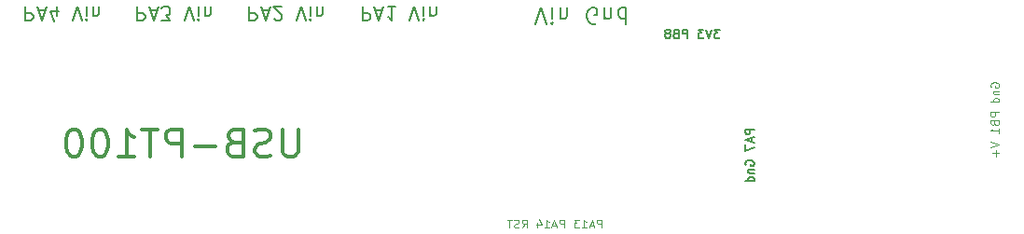
<source format=gbr>
G04 #@! TF.GenerationSoftware,KiCad,Pcbnew,(5.1.5)-3*
G04 #@! TF.CreationDate,2021-01-18T14:34:05-06:00*
G04 #@! TF.ProjectId,USB-PT100,5553422d-5054-4313-9030-2e6b69636164,B*
G04 #@! TF.SameCoordinates,Original*
G04 #@! TF.FileFunction,Legend,Bot*
G04 #@! TF.FilePolarity,Positive*
%FSLAX46Y46*%
G04 Gerber Fmt 4.6, Leading zero omitted, Abs format (unit mm)*
G04 Created by KiCad (PCBNEW (5.1.5)-3) date 2021-01-18 14:34:05*
%MOMM*%
%LPD*%
G04 APERTURE LIST*
%ADD10C,0.300000*%
%ADD11C,0.200000*%
%ADD12C,0.150000*%
%ADD13C,0.100000*%
G04 APERTURE END LIST*
D10*
X135976190Y-89880952D02*
X135976190Y-91904761D01*
X135857142Y-92142857D01*
X135738095Y-92261904D01*
X135500000Y-92380952D01*
X135023809Y-92380952D01*
X134785714Y-92261904D01*
X134666666Y-92142857D01*
X134547619Y-91904761D01*
X134547619Y-89880952D01*
X133476190Y-92261904D02*
X133119047Y-92380952D01*
X132523809Y-92380952D01*
X132285714Y-92261904D01*
X132166666Y-92142857D01*
X132047619Y-91904761D01*
X132047619Y-91666666D01*
X132166666Y-91428571D01*
X132285714Y-91309523D01*
X132523809Y-91190476D01*
X133000000Y-91071428D01*
X133238095Y-90952380D01*
X133357142Y-90833333D01*
X133476190Y-90595238D01*
X133476190Y-90357142D01*
X133357142Y-90119047D01*
X133238095Y-90000000D01*
X133000000Y-89880952D01*
X132404761Y-89880952D01*
X132047619Y-90000000D01*
X130142857Y-91071428D02*
X129785714Y-91190476D01*
X129666666Y-91309523D01*
X129547619Y-91547619D01*
X129547619Y-91904761D01*
X129666666Y-92142857D01*
X129785714Y-92261904D01*
X130023809Y-92380952D01*
X130976190Y-92380952D01*
X130976190Y-89880952D01*
X130142857Y-89880952D01*
X129904761Y-90000000D01*
X129785714Y-90119047D01*
X129666666Y-90357142D01*
X129666666Y-90595238D01*
X129785714Y-90833333D01*
X129904761Y-90952380D01*
X130142857Y-91071428D01*
X130976190Y-91071428D01*
X128476190Y-91428571D02*
X126571428Y-91428571D01*
X125380952Y-92380952D02*
X125380952Y-89880952D01*
X124428571Y-89880952D01*
X124190476Y-90000000D01*
X124071428Y-90119047D01*
X123952380Y-90357142D01*
X123952380Y-90714285D01*
X124071428Y-90952380D01*
X124190476Y-91071428D01*
X124428571Y-91190476D01*
X125380952Y-91190476D01*
X123238095Y-89880952D02*
X121809523Y-89880952D01*
X122523809Y-92380952D02*
X122523809Y-89880952D01*
X119666666Y-92380952D02*
X121095238Y-92380952D01*
X120380952Y-92380952D02*
X120380952Y-89880952D01*
X120619047Y-90238095D01*
X120857142Y-90476190D01*
X121095238Y-90595238D01*
X118119047Y-89880952D02*
X117880952Y-89880952D01*
X117642857Y-90000000D01*
X117523809Y-90119047D01*
X117404761Y-90357142D01*
X117285714Y-90833333D01*
X117285714Y-91428571D01*
X117404761Y-91904761D01*
X117523809Y-92142857D01*
X117642857Y-92261904D01*
X117880952Y-92380952D01*
X118119047Y-92380952D01*
X118357142Y-92261904D01*
X118476190Y-92142857D01*
X118595238Y-91904761D01*
X118714285Y-91428571D01*
X118714285Y-90833333D01*
X118595238Y-90357142D01*
X118476190Y-90119047D01*
X118357142Y-90000000D01*
X118119047Y-89880952D01*
X115738095Y-89880952D02*
X115500000Y-89880952D01*
X115261904Y-90000000D01*
X115142857Y-90119047D01*
X115023809Y-90357142D01*
X114904761Y-90833333D01*
X114904761Y-91428571D01*
X115023809Y-91904761D01*
X115142857Y-92142857D01*
X115261904Y-92261904D01*
X115500000Y-92380952D01*
X115738095Y-92380952D01*
X115976190Y-92261904D01*
X116095238Y-92142857D01*
X116214285Y-91904761D01*
X116333333Y-91428571D01*
X116333333Y-90833333D01*
X116214285Y-90357142D01*
X116095238Y-90119047D01*
X115976190Y-90000000D01*
X115738095Y-89880952D01*
D11*
X141824666Y-78746523D02*
X141824666Y-79996523D01*
X142300857Y-79996523D01*
X142419904Y-79937000D01*
X142479428Y-79877476D01*
X142538952Y-79758428D01*
X142538952Y-79579857D01*
X142479428Y-79460809D01*
X142419904Y-79401285D01*
X142300857Y-79341761D01*
X141824666Y-79341761D01*
X143015142Y-79103666D02*
X143610380Y-79103666D01*
X142896095Y-78746523D02*
X143312761Y-79996523D01*
X143729428Y-78746523D01*
X144800857Y-78746523D02*
X144086571Y-78746523D01*
X144443714Y-78746523D02*
X144443714Y-79996523D01*
X144324666Y-79817952D01*
X144205619Y-79698904D01*
X144086571Y-79639380D01*
X146110380Y-79996523D02*
X146527047Y-78746523D01*
X146943714Y-79996523D01*
X147360380Y-78746523D02*
X147360380Y-79579857D01*
X147360380Y-79996523D02*
X147300857Y-79937000D01*
X147360380Y-79877476D01*
X147419904Y-79937000D01*
X147360380Y-79996523D01*
X147360380Y-79877476D01*
X147955619Y-79579857D02*
X147955619Y-78746523D01*
X147955619Y-79460809D02*
X148015142Y-79520333D01*
X148134190Y-79579857D01*
X148312761Y-79579857D01*
X148431809Y-79520333D01*
X148491333Y-79401285D01*
X148491333Y-78746523D01*
D12*
X177361904Y-89888095D02*
X176561904Y-89888095D01*
X176561904Y-90192857D01*
X176600000Y-90269047D01*
X176638095Y-90307142D01*
X176714285Y-90345238D01*
X176828571Y-90345238D01*
X176904761Y-90307142D01*
X176942857Y-90269047D01*
X176980952Y-90192857D01*
X176980952Y-89888095D01*
X177133333Y-90650000D02*
X177133333Y-91030952D01*
X177361904Y-90573809D02*
X176561904Y-90840476D01*
X177361904Y-91107142D01*
X176561904Y-91297619D02*
X176561904Y-91830952D01*
X177361904Y-91488095D01*
X176600000Y-93164285D02*
X176561904Y-93088095D01*
X176561904Y-92973809D01*
X176600000Y-92859523D01*
X176676190Y-92783333D01*
X176752380Y-92745238D01*
X176904761Y-92707142D01*
X177019047Y-92707142D01*
X177171428Y-92745238D01*
X177247619Y-92783333D01*
X177323809Y-92859523D01*
X177361904Y-92973809D01*
X177361904Y-93050000D01*
X177323809Y-93164285D01*
X177285714Y-93202380D01*
X177019047Y-93202380D01*
X177019047Y-93050000D01*
X176828571Y-93545238D02*
X177361904Y-93545238D01*
X176904761Y-93545238D02*
X176866666Y-93583333D01*
X176828571Y-93659523D01*
X176828571Y-93773809D01*
X176866666Y-93850000D01*
X176942857Y-93888095D01*
X177361904Y-93888095D01*
X177361904Y-94611904D02*
X176561904Y-94611904D01*
X177323809Y-94611904D02*
X177361904Y-94535714D01*
X177361904Y-94383333D01*
X177323809Y-94307142D01*
X177285714Y-94269047D01*
X177209523Y-94230952D01*
X176980952Y-94230952D01*
X176904761Y-94269047D01*
X176866666Y-94307142D01*
X176828571Y-94383333D01*
X176828571Y-94535714D01*
X176866666Y-94611904D01*
D11*
X121377666Y-78746523D02*
X121377666Y-79996523D01*
X121853857Y-79996523D01*
X121972904Y-79937000D01*
X122032428Y-79877476D01*
X122091952Y-79758428D01*
X122091952Y-79579857D01*
X122032428Y-79460809D01*
X121972904Y-79401285D01*
X121853857Y-79341761D01*
X121377666Y-79341761D01*
X122568142Y-79103666D02*
X123163380Y-79103666D01*
X122449095Y-78746523D02*
X122865761Y-79996523D01*
X123282428Y-78746523D01*
X123580047Y-79996523D02*
X124353857Y-79996523D01*
X123937190Y-79520333D01*
X124115761Y-79520333D01*
X124234809Y-79460809D01*
X124294333Y-79401285D01*
X124353857Y-79282238D01*
X124353857Y-78984619D01*
X124294333Y-78865571D01*
X124234809Y-78806047D01*
X124115761Y-78746523D01*
X123758619Y-78746523D01*
X123639571Y-78806047D01*
X123580047Y-78865571D01*
X125663380Y-79996523D02*
X126080047Y-78746523D01*
X126496714Y-79996523D01*
X126913380Y-78746523D02*
X126913380Y-79579857D01*
X126913380Y-79996523D02*
X126853857Y-79937000D01*
X126913380Y-79877476D01*
X126972904Y-79937000D01*
X126913380Y-79996523D01*
X126913380Y-79877476D01*
X127508619Y-79579857D02*
X127508619Y-78746523D01*
X127508619Y-79460809D02*
X127568142Y-79520333D01*
X127687190Y-79579857D01*
X127865761Y-79579857D01*
X127984809Y-79520333D01*
X128044333Y-79401285D01*
X128044333Y-78746523D01*
X157535714Y-80321428D02*
X158035714Y-78821428D01*
X158535714Y-80321428D01*
X159035714Y-78821428D02*
X159035714Y-79821428D01*
X159035714Y-80321428D02*
X158964285Y-80250000D01*
X159035714Y-80178571D01*
X159107142Y-80250000D01*
X159035714Y-80321428D01*
X159035714Y-80178571D01*
X159750000Y-79821428D02*
X159750000Y-78821428D01*
X159750000Y-79678571D02*
X159821428Y-79750000D01*
X159964285Y-79821428D01*
X160178571Y-79821428D01*
X160321428Y-79750000D01*
X160392857Y-79607142D01*
X160392857Y-78821428D01*
X163035714Y-80250000D02*
X162892857Y-80321428D01*
X162678571Y-80321428D01*
X162464285Y-80250000D01*
X162321428Y-80107142D01*
X162250000Y-79964285D01*
X162178571Y-79678571D01*
X162178571Y-79464285D01*
X162250000Y-79178571D01*
X162321428Y-79035714D01*
X162464285Y-78892857D01*
X162678571Y-78821428D01*
X162821428Y-78821428D01*
X163035714Y-78892857D01*
X163107142Y-78964285D01*
X163107142Y-79464285D01*
X162821428Y-79464285D01*
X163750000Y-79821428D02*
X163750000Y-78821428D01*
X163750000Y-79678571D02*
X163821428Y-79750000D01*
X163964285Y-79821428D01*
X164178571Y-79821428D01*
X164321428Y-79750000D01*
X164392857Y-79607142D01*
X164392857Y-78821428D01*
X165750000Y-78821428D02*
X165750000Y-80321428D01*
X165750000Y-78892857D02*
X165607142Y-78821428D01*
X165321428Y-78821428D01*
X165178571Y-78892857D01*
X165107142Y-78964285D01*
X165035714Y-79107142D01*
X165035714Y-79535714D01*
X165107142Y-79678571D01*
X165178571Y-79750000D01*
X165321428Y-79821428D01*
X165607142Y-79821428D01*
X165750000Y-79750000D01*
D12*
X174226190Y-80811904D02*
X173730952Y-80811904D01*
X173997619Y-81116666D01*
X173883333Y-81116666D01*
X173807142Y-81154761D01*
X173769047Y-81192857D01*
X173730952Y-81269047D01*
X173730952Y-81459523D01*
X173769047Y-81535714D01*
X173807142Y-81573809D01*
X173883333Y-81611904D01*
X174111904Y-81611904D01*
X174188095Y-81573809D01*
X174226190Y-81535714D01*
X173502380Y-80811904D02*
X173235714Y-81611904D01*
X172969047Y-80811904D01*
X172778571Y-80811904D02*
X172283333Y-80811904D01*
X172550000Y-81116666D01*
X172435714Y-81116666D01*
X172359523Y-81154761D01*
X172321428Y-81192857D01*
X172283333Y-81269047D01*
X172283333Y-81459523D01*
X172321428Y-81535714D01*
X172359523Y-81573809D01*
X172435714Y-81611904D01*
X172664285Y-81611904D01*
X172740476Y-81573809D01*
X172778571Y-81535714D01*
X171330952Y-81611904D02*
X171330952Y-80811904D01*
X171026190Y-80811904D01*
X170950000Y-80850000D01*
X170911904Y-80888095D01*
X170873809Y-80964285D01*
X170873809Y-81078571D01*
X170911904Y-81154761D01*
X170950000Y-81192857D01*
X171026190Y-81230952D01*
X171330952Y-81230952D01*
X170264285Y-81192857D02*
X170150000Y-81230952D01*
X170111904Y-81269047D01*
X170073809Y-81345238D01*
X170073809Y-81459523D01*
X170111904Y-81535714D01*
X170150000Y-81573809D01*
X170226190Y-81611904D01*
X170530952Y-81611904D01*
X170530952Y-80811904D01*
X170264285Y-80811904D01*
X170188095Y-80850000D01*
X170150000Y-80888095D01*
X170111904Y-80964285D01*
X170111904Y-81040476D01*
X170150000Y-81116666D01*
X170188095Y-81154761D01*
X170264285Y-81192857D01*
X170530952Y-81192857D01*
X169616666Y-81154761D02*
X169692857Y-81116666D01*
X169730952Y-81078571D01*
X169769047Y-81002380D01*
X169769047Y-80964285D01*
X169730952Y-80888095D01*
X169692857Y-80850000D01*
X169616666Y-80811904D01*
X169464285Y-80811904D01*
X169388095Y-80850000D01*
X169350000Y-80888095D01*
X169311904Y-80964285D01*
X169311904Y-81002380D01*
X169350000Y-81078571D01*
X169388095Y-81116666D01*
X169464285Y-81154761D01*
X169616666Y-81154761D01*
X169692857Y-81192857D01*
X169730952Y-81230952D01*
X169769047Y-81307142D01*
X169769047Y-81459523D01*
X169730952Y-81535714D01*
X169692857Y-81573809D01*
X169616666Y-81611904D01*
X169464285Y-81611904D01*
X169388095Y-81573809D01*
X169350000Y-81535714D01*
X169311904Y-81459523D01*
X169311904Y-81307142D01*
X169350000Y-81230952D01*
X169388095Y-81192857D01*
X169464285Y-81154761D01*
D11*
X131537666Y-78746523D02*
X131537666Y-79996523D01*
X132013857Y-79996523D01*
X132132904Y-79937000D01*
X132192428Y-79877476D01*
X132251952Y-79758428D01*
X132251952Y-79579857D01*
X132192428Y-79460809D01*
X132132904Y-79401285D01*
X132013857Y-79341761D01*
X131537666Y-79341761D01*
X132728142Y-79103666D02*
X133323380Y-79103666D01*
X132609095Y-78746523D02*
X133025761Y-79996523D01*
X133442428Y-78746523D01*
X133799571Y-79877476D02*
X133859095Y-79937000D01*
X133978142Y-79996523D01*
X134275761Y-79996523D01*
X134394809Y-79937000D01*
X134454333Y-79877476D01*
X134513857Y-79758428D01*
X134513857Y-79639380D01*
X134454333Y-79460809D01*
X133740047Y-78746523D01*
X134513857Y-78746523D01*
X135823380Y-79996523D02*
X136240047Y-78746523D01*
X136656714Y-79996523D01*
X137073380Y-78746523D02*
X137073380Y-79579857D01*
X137073380Y-79996523D02*
X137013857Y-79937000D01*
X137073380Y-79877476D01*
X137132904Y-79937000D01*
X137073380Y-79996523D01*
X137073380Y-79877476D01*
X137668619Y-79579857D02*
X137668619Y-78746523D01*
X137668619Y-79460809D02*
X137728142Y-79520333D01*
X137847190Y-79579857D01*
X138025761Y-79579857D01*
X138144809Y-79520333D01*
X138204333Y-79401285D01*
X138204333Y-78746523D01*
D13*
X163517857Y-98839285D02*
X163517857Y-98089285D01*
X163232142Y-98089285D01*
X163160714Y-98125000D01*
X163125000Y-98160714D01*
X163089285Y-98232142D01*
X163089285Y-98339285D01*
X163125000Y-98410714D01*
X163160714Y-98446428D01*
X163232142Y-98482142D01*
X163517857Y-98482142D01*
X162803571Y-98625000D02*
X162446428Y-98625000D01*
X162875000Y-98839285D02*
X162625000Y-98089285D01*
X162375000Y-98839285D01*
X161732142Y-98839285D02*
X162160714Y-98839285D01*
X161946428Y-98839285D02*
X161946428Y-98089285D01*
X162017857Y-98196428D01*
X162089285Y-98267857D01*
X162160714Y-98303571D01*
X161482142Y-98089285D02*
X161017857Y-98089285D01*
X161267857Y-98375000D01*
X161160714Y-98375000D01*
X161089285Y-98410714D01*
X161053571Y-98446428D01*
X161017857Y-98517857D01*
X161017857Y-98696428D01*
X161053571Y-98767857D01*
X161089285Y-98803571D01*
X161160714Y-98839285D01*
X161375000Y-98839285D01*
X161446428Y-98803571D01*
X161482142Y-98767857D01*
X160125000Y-98839285D02*
X160125000Y-98089285D01*
X159839285Y-98089285D01*
X159767857Y-98125000D01*
X159732142Y-98160714D01*
X159696428Y-98232142D01*
X159696428Y-98339285D01*
X159732142Y-98410714D01*
X159767857Y-98446428D01*
X159839285Y-98482142D01*
X160125000Y-98482142D01*
X159410714Y-98625000D02*
X159053571Y-98625000D01*
X159482142Y-98839285D02*
X159232142Y-98089285D01*
X158982142Y-98839285D01*
X158339285Y-98839285D02*
X158767857Y-98839285D01*
X158553571Y-98839285D02*
X158553571Y-98089285D01*
X158625000Y-98196428D01*
X158696428Y-98267857D01*
X158767857Y-98303571D01*
X157696428Y-98339285D02*
X157696428Y-98839285D01*
X157875000Y-98053571D02*
X158053571Y-98589285D01*
X157589285Y-98589285D01*
X156303571Y-98839285D02*
X156553571Y-98482142D01*
X156732142Y-98839285D02*
X156732142Y-98089285D01*
X156446428Y-98089285D01*
X156375000Y-98125000D01*
X156339285Y-98160714D01*
X156303571Y-98232142D01*
X156303571Y-98339285D01*
X156339285Y-98410714D01*
X156375000Y-98446428D01*
X156446428Y-98482142D01*
X156732142Y-98482142D01*
X156017857Y-98803571D02*
X155910714Y-98839285D01*
X155732142Y-98839285D01*
X155660714Y-98803571D01*
X155625000Y-98767857D01*
X155589285Y-98696428D01*
X155589285Y-98625000D01*
X155625000Y-98553571D01*
X155660714Y-98517857D01*
X155732142Y-98482142D01*
X155875000Y-98446428D01*
X155946428Y-98410714D01*
X155982142Y-98375000D01*
X156017857Y-98303571D01*
X156017857Y-98232142D01*
X155982142Y-98160714D01*
X155946428Y-98125000D01*
X155875000Y-98089285D01*
X155696428Y-98089285D01*
X155589285Y-98125000D01*
X155375000Y-98089285D02*
X154946428Y-98089285D01*
X155160714Y-98839285D02*
X155160714Y-98089285D01*
D11*
X111217666Y-78746523D02*
X111217666Y-79996523D01*
X111693857Y-79996523D01*
X111812904Y-79937000D01*
X111872428Y-79877476D01*
X111931952Y-79758428D01*
X111931952Y-79579857D01*
X111872428Y-79460809D01*
X111812904Y-79401285D01*
X111693857Y-79341761D01*
X111217666Y-79341761D01*
X112408142Y-79103666D02*
X113003380Y-79103666D01*
X112289095Y-78746523D02*
X112705761Y-79996523D01*
X113122428Y-78746523D01*
X114074809Y-79579857D02*
X114074809Y-78746523D01*
X113777190Y-80056047D02*
X113479571Y-79163190D01*
X114253380Y-79163190D01*
X115503380Y-79996523D02*
X115920047Y-78746523D01*
X116336714Y-79996523D01*
X116753380Y-78746523D02*
X116753380Y-79579857D01*
X116753380Y-79996523D02*
X116693857Y-79937000D01*
X116753380Y-79877476D01*
X116812904Y-79937000D01*
X116753380Y-79996523D01*
X116753380Y-79877476D01*
X117348619Y-79579857D02*
X117348619Y-78746523D01*
X117348619Y-79460809D02*
X117408142Y-79520333D01*
X117527190Y-79579857D01*
X117705761Y-79579857D01*
X117824809Y-79520333D01*
X117884333Y-79401285D01*
X117884333Y-78746523D01*
D13*
X198875000Y-86053571D02*
X198839285Y-85982142D01*
X198839285Y-85875000D01*
X198875000Y-85767857D01*
X198946428Y-85696428D01*
X199017857Y-85660714D01*
X199160714Y-85625000D01*
X199267857Y-85625000D01*
X199410714Y-85660714D01*
X199482142Y-85696428D01*
X199553571Y-85767857D01*
X199589285Y-85875000D01*
X199589285Y-85946428D01*
X199553571Y-86053571D01*
X199517857Y-86089285D01*
X199267857Y-86089285D01*
X199267857Y-85946428D01*
X199089285Y-86410714D02*
X199589285Y-86410714D01*
X199160714Y-86410714D02*
X199125000Y-86446428D01*
X199089285Y-86517857D01*
X199089285Y-86625000D01*
X199125000Y-86696428D01*
X199196428Y-86732142D01*
X199589285Y-86732142D01*
X199589285Y-87410714D02*
X198839285Y-87410714D01*
X199553571Y-87410714D02*
X199589285Y-87339285D01*
X199589285Y-87196428D01*
X199553571Y-87125000D01*
X199517857Y-87089285D01*
X199446428Y-87053571D01*
X199232142Y-87053571D01*
X199160714Y-87089285D01*
X199125000Y-87125000D01*
X199089285Y-87196428D01*
X199089285Y-87339285D01*
X199125000Y-87410714D01*
X199589285Y-88339285D02*
X198839285Y-88339285D01*
X198839285Y-88625000D01*
X198875000Y-88696428D01*
X198910714Y-88732142D01*
X198982142Y-88767857D01*
X199089285Y-88767857D01*
X199160714Y-88732142D01*
X199196428Y-88696428D01*
X199232142Y-88625000D01*
X199232142Y-88339285D01*
X199196428Y-89339285D02*
X199232142Y-89446428D01*
X199267857Y-89482142D01*
X199339285Y-89517857D01*
X199446428Y-89517857D01*
X199517857Y-89482142D01*
X199553571Y-89446428D01*
X199589285Y-89375000D01*
X199589285Y-89089285D01*
X198839285Y-89089285D01*
X198839285Y-89339285D01*
X198875000Y-89410714D01*
X198910714Y-89446428D01*
X198982142Y-89482142D01*
X199053571Y-89482142D01*
X199125000Y-89446428D01*
X199160714Y-89410714D01*
X199196428Y-89339285D01*
X199196428Y-89089285D01*
X199589285Y-90232142D02*
X199589285Y-89803571D01*
X199589285Y-90017857D02*
X198839285Y-90017857D01*
X198946428Y-89946428D01*
X199017857Y-89875000D01*
X199053571Y-89803571D01*
X198839285Y-91017857D02*
X199589285Y-91267857D01*
X198839285Y-91517857D01*
X199303571Y-91767857D02*
X199303571Y-92339285D01*
X199589285Y-92053571D02*
X199017857Y-92053571D01*
M02*

</source>
